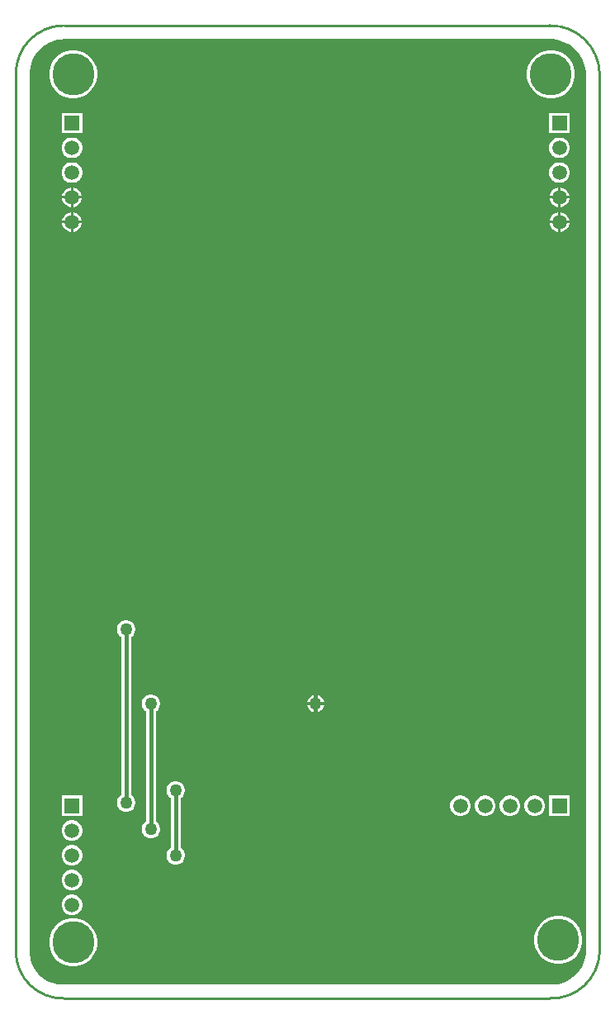
<source format=gbl>
G04*
G04 #@! TF.GenerationSoftware,Altium Limited,Altium Designer,22.6.1 (34)*
G04*
G04 Layer_Physical_Order=2*
G04 Layer_Color=16711680*
%FSLAX25Y25*%
%MOIN*%
G70*
G04*
G04 #@! TF.SameCoordinates,77978B21-DC67-4B61-947D-8792CEF4CC07*
G04*
G04*
G04 #@! TF.FilePolarity,Positive*
G04*
G01*
G75*
%ADD12C,0.01000*%
%ADD30C,0.01500*%
%ADD31R,0.05906X0.05906*%
%ADD32C,0.05906*%
%ADD33R,0.05906X0.05906*%
%ADD35C,0.05000*%
%ADD36C,0.17000*%
G36*
X19980Y388157D02*
X216035Y388156D01*
X216067Y388160D01*
X216098Y388157D01*
X217050Y388168D01*
X218923Y387945D01*
X220751Y387480D01*
X222503Y386780D01*
X224148Y385857D01*
X225658Y384728D01*
X227009Y383411D01*
X228176Y381929D01*
X229139Y380308D01*
X229883Y378574D01*
X230394Y376758D01*
X230664Y374892D01*
X230676Y373981D01*
Y19793D01*
X230644Y18981D01*
X230336Y17186D01*
X229796Y15446D01*
X229034Y13791D01*
X228062Y12249D01*
X226898Y10848D01*
X225561Y9611D01*
X224074Y8558D01*
X222462Y7709D01*
X220753Y7077D01*
X218976Y6674D01*
X217162Y6505D01*
X216251Y6540D01*
X216155Y6531D01*
X216058Y6544D01*
X19685Y6545D01*
X19652Y6540D01*
X19619Y6544D01*
X18734Y6532D01*
X16991Y6739D01*
X15290Y7170D01*
X13659Y7821D01*
X12128Y8678D01*
X10721Y9728D01*
X9463Y10953D01*
X8376Y12331D01*
X7478Y13839D01*
X6785Y15452D01*
X6308Y17141D01*
X6056Y18878D01*
X6044Y19722D01*
Y374016D01*
X6040Y374048D01*
X6044Y374080D01*
X6033Y375000D01*
X6247Y376808D01*
X6696Y378573D01*
X7371Y380263D01*
X8262Y381852D01*
X9352Y383311D01*
X10623Y384614D01*
X12053Y385741D01*
X13618Y386672D01*
X15291Y387390D01*
X17044Y387884D01*
X18846Y388145D01*
X19756Y388157D01*
X19863Y388172D01*
X19980Y388157D01*
D02*
G37*
%LPC*%
G36*
X217491Y383716D02*
X215580D01*
X213706Y383343D01*
X211941Y382612D01*
X210352Y381550D01*
X209001Y380199D01*
X207939Y378610D01*
X207208Y376845D01*
X206835Y374971D01*
Y373060D01*
X207208Y371186D01*
X207939Y369421D01*
X209001Y367832D01*
X210352Y366481D01*
X211941Y365420D01*
X213706Y364688D01*
X215580Y364316D01*
X217491D01*
X219365Y364688D01*
X221130Y365420D01*
X222719Y366481D01*
X224070Y367832D01*
X225131Y369421D01*
X225863Y371186D01*
X226235Y373060D01*
Y374971D01*
X225863Y376845D01*
X225131Y378610D01*
X224070Y380199D01*
X222719Y381550D01*
X221130Y382612D01*
X219365Y383343D01*
X217491Y383716D01*
D02*
G37*
G36*
X24577D02*
X22667D01*
X20793Y383343D01*
X19027Y382612D01*
X17439Y381550D01*
X16088Y380199D01*
X15026Y378610D01*
X14295Y376845D01*
X13922Y374971D01*
Y373060D01*
X14295Y371186D01*
X15026Y369421D01*
X16088Y367832D01*
X17439Y366481D01*
X19027Y365420D01*
X20793Y364688D01*
X22667Y364316D01*
X24577D01*
X26451Y364688D01*
X28217Y365420D01*
X29805Y366481D01*
X31157Y367832D01*
X32218Y369421D01*
X32949Y371186D01*
X33322Y373060D01*
Y374971D01*
X32949Y376845D01*
X32218Y378610D01*
X31157Y380199D01*
X29805Y381550D01*
X28217Y382612D01*
X26451Y383343D01*
X24577Y383716D01*
D02*
G37*
G36*
X224125Y358484D02*
X215820D01*
Y350178D01*
X224125D01*
Y358484D01*
D02*
G37*
G36*
X27275D02*
X18969D01*
Y350178D01*
X27275D01*
Y358484D01*
D02*
G37*
G36*
X220519Y348483D02*
X219426D01*
X218370Y348200D01*
X217423Y347654D01*
X216649Y346881D01*
X216103Y345934D01*
X215820Y344877D01*
Y343784D01*
X216103Y342728D01*
X216649Y341781D01*
X217423Y341008D01*
X218370Y340461D01*
X219426Y340178D01*
X220519D01*
X221575Y340461D01*
X222522Y341008D01*
X223295Y341781D01*
X223842Y342728D01*
X224125Y343784D01*
Y344877D01*
X223842Y345934D01*
X223295Y346881D01*
X222522Y347654D01*
X221575Y348200D01*
X220519Y348483D01*
D02*
G37*
G36*
X23669D02*
X22575D01*
X21519Y348200D01*
X20572Y347654D01*
X19799Y346881D01*
X19252Y345934D01*
X18969Y344877D01*
Y343784D01*
X19252Y342728D01*
X19799Y341781D01*
X20572Y341008D01*
X21519Y340461D01*
X22575Y340178D01*
X23669D01*
X24725Y340461D01*
X25672Y341008D01*
X26445Y341781D01*
X26992Y342728D01*
X27275Y343784D01*
Y344877D01*
X26992Y345934D01*
X26445Y346881D01*
X25672Y347654D01*
X24725Y348200D01*
X23669Y348483D01*
D02*
G37*
G36*
X220519Y338484D02*
X219426D01*
X218370Y338200D01*
X217423Y337654D01*
X216649Y336881D01*
X216103Y335934D01*
X215820Y334877D01*
Y333784D01*
X216103Y332728D01*
X216649Y331781D01*
X217423Y331008D01*
X218370Y330461D01*
X219426Y330178D01*
X220519D01*
X221575Y330461D01*
X222522Y331008D01*
X223295Y331781D01*
X223842Y332728D01*
X224125Y333784D01*
Y334877D01*
X223842Y335934D01*
X223295Y336881D01*
X222522Y337654D01*
X221575Y338200D01*
X220519Y338484D01*
D02*
G37*
G36*
X23669D02*
X22575D01*
X21519Y338200D01*
X20572Y337654D01*
X19799Y336881D01*
X19252Y335934D01*
X18969Y334877D01*
Y333784D01*
X19252Y332728D01*
X19799Y331781D01*
X20572Y331008D01*
X21519Y330461D01*
X22575Y330178D01*
X23669D01*
X24725Y330461D01*
X25672Y331008D01*
X26445Y331781D01*
X26992Y332728D01*
X27275Y333784D01*
Y334877D01*
X26992Y335934D01*
X26445Y336881D01*
X25672Y337654D01*
X24725Y338200D01*
X23669Y338484D01*
D02*
G37*
G36*
X220493Y328284D02*
X220472D01*
Y324831D01*
X223925D01*
Y324851D01*
X223656Y325856D01*
X223135Y326758D01*
X222399Y327494D01*
X221498Y328014D01*
X220493Y328284D01*
D02*
G37*
G36*
X219472D02*
X219452D01*
X218447Y328014D01*
X217545Y327494D01*
X216810Y326758D01*
X216289Y325856D01*
X216020Y324851D01*
Y324831D01*
X219472D01*
Y328284D01*
D02*
G37*
G36*
X23642D02*
X23622D01*
Y324831D01*
X27075D01*
Y324851D01*
X26805Y325856D01*
X26285Y326758D01*
X25549Y327494D01*
X24648Y328014D01*
X23642Y328284D01*
D02*
G37*
G36*
X22622D02*
X22602D01*
X21596Y328014D01*
X20695Y327494D01*
X19959Y326758D01*
X19439Y325856D01*
X19169Y324851D01*
Y324831D01*
X22622D01*
Y328284D01*
D02*
G37*
G36*
X223925Y323831D02*
X220472D01*
Y320378D01*
X220493D01*
X221498Y320647D01*
X222399Y321168D01*
X223135Y321904D01*
X223656Y322805D01*
X223925Y323810D01*
Y323831D01*
D02*
G37*
G36*
X219472D02*
X216020D01*
Y323810D01*
X216289Y322805D01*
X216810Y321904D01*
X217545Y321168D01*
X218447Y320647D01*
X219452Y320378D01*
X219472D01*
Y323831D01*
D02*
G37*
G36*
X27075Y323831D02*
X23622D01*
Y320378D01*
X23642D01*
X24648Y320647D01*
X25549Y321168D01*
X26285Y321904D01*
X26805Y322805D01*
X27075Y323810D01*
Y323831D01*
D02*
G37*
G36*
X22622D02*
X19169D01*
Y323810D01*
X19439Y322805D01*
X19959Y321904D01*
X20695Y321168D01*
X21596Y320647D01*
X22602Y320378D01*
X22622D01*
Y323831D01*
D02*
G37*
G36*
X220493Y318284D02*
X220472D01*
Y314831D01*
X223925D01*
Y314851D01*
X223656Y315856D01*
X223135Y316758D01*
X222399Y317494D01*
X221498Y318014D01*
X220493Y318284D01*
D02*
G37*
G36*
X219472D02*
X219452D01*
X218447Y318014D01*
X217545Y317494D01*
X216810Y316758D01*
X216289Y315856D01*
X216020Y314851D01*
Y314831D01*
X219472D01*
Y318284D01*
D02*
G37*
G36*
X23642D02*
X23622D01*
Y314831D01*
X27075D01*
Y314851D01*
X26805Y315856D01*
X26285Y316758D01*
X25549Y317494D01*
X24648Y318014D01*
X23642Y318284D01*
D02*
G37*
G36*
X22622D02*
X22602D01*
X21596Y318014D01*
X20695Y317494D01*
X19959Y316758D01*
X19439Y315856D01*
X19169Y314851D01*
Y314831D01*
X22622D01*
Y318284D01*
D02*
G37*
G36*
X223925Y313831D02*
X220472D01*
Y310378D01*
X220493D01*
X221498Y310647D01*
X222399Y311168D01*
X223135Y311904D01*
X223656Y312805D01*
X223925Y313810D01*
Y313831D01*
D02*
G37*
G36*
X219472D02*
X216020D01*
Y313810D01*
X216289Y312805D01*
X216810Y311904D01*
X217545Y311168D01*
X218447Y310647D01*
X219452Y310378D01*
X219472D01*
Y313831D01*
D02*
G37*
G36*
X27075Y313831D02*
X23622D01*
Y310378D01*
X23642D01*
X24648Y310647D01*
X25549Y311168D01*
X26285Y311904D01*
X26805Y312805D01*
X27075Y313810D01*
Y313831D01*
D02*
G37*
G36*
X22622D02*
X19169D01*
Y313810D01*
X19439Y312805D01*
X19959Y311904D01*
X20695Y311168D01*
X21596Y310647D01*
X22602Y310378D01*
X22622D01*
Y313831D01*
D02*
G37*
G36*
X122266Y123423D02*
Y120750D01*
X124938D01*
X124777Y121351D01*
X124317Y122149D01*
X123665Y122801D01*
X122867Y123261D01*
X122266Y123423D01*
D02*
G37*
G36*
X120766D02*
X120165Y123261D01*
X119367Y122801D01*
X118715Y122149D01*
X118254Y121351D01*
X118093Y120750D01*
X120766D01*
Y123423D01*
D02*
G37*
G36*
X124938Y119250D02*
X122266D01*
Y116577D01*
X122867Y116738D01*
X123665Y117199D01*
X124317Y117851D01*
X124777Y118649D01*
X124938Y119250D01*
D02*
G37*
G36*
X120766D02*
X118093D01*
X118254Y118649D01*
X118715Y117851D01*
X119367Y117199D01*
X120165Y116738D01*
X120766Y116577D01*
Y119250D01*
D02*
G37*
G36*
X45487Y153700D02*
X44513D01*
X43572Y153448D01*
X42728Y152961D01*
X42039Y152272D01*
X41552Y151428D01*
X41300Y150487D01*
Y149513D01*
X41552Y148572D01*
X42039Y147728D01*
X42728Y147039D01*
X43012Y146876D01*
Y83125D01*
X42728Y82961D01*
X42039Y82272D01*
X41552Y81428D01*
X41300Y80487D01*
Y79513D01*
X41552Y78572D01*
X42039Y77728D01*
X42728Y77039D01*
X43572Y76552D01*
X44513Y76300D01*
X45487D01*
X46428Y76552D01*
X47272Y77039D01*
X47961Y77728D01*
X48448Y78572D01*
X48700Y79513D01*
Y80487D01*
X48448Y81428D01*
X47961Y82272D01*
X47272Y82961D01*
X46988Y83125D01*
Y146876D01*
X47272Y147039D01*
X47961Y147728D01*
X48448Y148572D01*
X48700Y149513D01*
Y150487D01*
X48448Y151428D01*
X47961Y152272D01*
X47272Y152961D01*
X46428Y153448D01*
X45487Y153700D01*
D02*
G37*
G36*
X27275Y82893D02*
X18969D01*
Y74587D01*
X27275D01*
Y82893D01*
D02*
G37*
G36*
X224113Y82881D02*
X215808D01*
Y74576D01*
X224113D01*
Y82881D01*
D02*
G37*
G36*
X210507D02*
X209414D01*
X208358Y82598D01*
X207411Y82051D01*
X206638Y81278D01*
X206091Y80331D01*
X205808Y79275D01*
Y78182D01*
X206091Y77126D01*
X206638Y76178D01*
X207411Y75405D01*
X208358Y74859D01*
X209414Y74576D01*
X210507D01*
X211563Y74859D01*
X212510Y75405D01*
X213284Y76178D01*
X213830Y77126D01*
X214113Y78182D01*
Y79275D01*
X213830Y80331D01*
X213284Y81278D01*
X212510Y82051D01*
X211563Y82598D01*
X210507Y82881D01*
D02*
G37*
G36*
X200507D02*
X199414D01*
X198358Y82598D01*
X197411Y82051D01*
X196638Y81278D01*
X196091Y80331D01*
X195808Y79275D01*
Y78182D01*
X196091Y77126D01*
X196638Y76178D01*
X197411Y75405D01*
X198358Y74859D01*
X199414Y74576D01*
X200507D01*
X201564Y74859D01*
X202510Y75405D01*
X203284Y76178D01*
X203830Y77126D01*
X204113Y78182D01*
Y79275D01*
X203830Y80331D01*
X203284Y81278D01*
X202510Y82051D01*
X201564Y82598D01*
X200507Y82881D01*
D02*
G37*
G36*
X190507D02*
X189414D01*
X188358Y82598D01*
X187411Y82051D01*
X186638Y81278D01*
X186091Y80331D01*
X185808Y79275D01*
Y78182D01*
X186091Y77126D01*
X186638Y76178D01*
X187411Y75405D01*
X188358Y74859D01*
X189414Y74576D01*
X190507D01*
X191563Y74859D01*
X192510Y75405D01*
X193284Y76178D01*
X193830Y77126D01*
X194113Y78182D01*
Y79275D01*
X193830Y80331D01*
X193284Y81278D01*
X192510Y82051D01*
X191563Y82598D01*
X190507Y82881D01*
D02*
G37*
G36*
X180507D02*
X179414D01*
X178358Y82598D01*
X177411Y82051D01*
X176638Y81278D01*
X176091Y80331D01*
X175808Y79275D01*
Y78182D01*
X176091Y77126D01*
X176638Y76178D01*
X177411Y75405D01*
X178358Y74859D01*
X179414Y74576D01*
X180507D01*
X181563Y74859D01*
X182510Y75405D01*
X183284Y76178D01*
X183830Y77126D01*
X184113Y78182D01*
Y79275D01*
X183830Y80331D01*
X183284Y81278D01*
X182510Y82051D01*
X181563Y82598D01*
X180507Y82881D01*
D02*
G37*
G36*
X55487Y123700D02*
X54513D01*
X53572Y123448D01*
X52728Y122961D01*
X52039Y122272D01*
X51552Y121428D01*
X51300Y120487D01*
Y119513D01*
X51552Y118572D01*
X52039Y117728D01*
X52728Y117039D01*
X53012Y116876D01*
Y72411D01*
X52728Y72248D01*
X52039Y71559D01*
X51552Y70715D01*
X51300Y69774D01*
Y68800D01*
X51552Y67859D01*
X52039Y67015D01*
X52728Y66326D01*
X53572Y65839D01*
X54513Y65587D01*
X55487D01*
X56428Y65839D01*
X57272Y66326D01*
X57961Y67015D01*
X58448Y67859D01*
X58700Y68800D01*
Y69774D01*
X58448Y70715D01*
X57961Y71559D01*
X57272Y72248D01*
X56988Y72411D01*
Y116876D01*
X57272Y117039D01*
X57961Y117728D01*
X58448Y118572D01*
X58700Y119513D01*
Y120487D01*
X58448Y121428D01*
X57961Y122272D01*
X57272Y122961D01*
X56428Y123448D01*
X55487Y123700D01*
D02*
G37*
G36*
X23669Y72893D02*
X22575D01*
X21519Y72610D01*
X20572Y72063D01*
X19799Y71290D01*
X19252Y70343D01*
X18969Y69287D01*
Y68193D01*
X19252Y67137D01*
X19799Y66190D01*
X20572Y65417D01*
X21519Y64870D01*
X22575Y64587D01*
X23669D01*
X24725Y64870D01*
X25672Y65417D01*
X26445Y66190D01*
X26992Y67137D01*
X27275Y68193D01*
Y69287D01*
X26992Y70343D01*
X26445Y71290D01*
X25672Y72063D01*
X24725Y72610D01*
X23669Y72893D01*
D02*
G37*
G36*
X65487Y88700D02*
X64513D01*
X63572Y88448D01*
X62728Y87961D01*
X62039Y87272D01*
X61552Y86428D01*
X61300Y85487D01*
Y84513D01*
X61552Y83572D01*
X62039Y82728D01*
X62728Y82039D01*
X63012Y81875D01*
Y61865D01*
X62728Y61701D01*
X62039Y61012D01*
X61552Y60168D01*
X61300Y59227D01*
Y58253D01*
X61552Y57312D01*
X62039Y56468D01*
X62728Y55779D01*
X63572Y55292D01*
X64513Y55040D01*
X65487D01*
X66428Y55292D01*
X67272Y55779D01*
X67961Y56468D01*
X68448Y57312D01*
X68700Y58253D01*
Y59227D01*
X68448Y60168D01*
X67961Y61012D01*
X67272Y61701D01*
X66988Y61865D01*
Y81875D01*
X67272Y82039D01*
X67961Y82728D01*
X68448Y83572D01*
X68700Y84513D01*
Y85487D01*
X68448Y86428D01*
X67961Y87272D01*
X67272Y87961D01*
X66428Y88448D01*
X65487Y88700D01*
D02*
G37*
G36*
X23669Y62893D02*
X22575D01*
X21519Y62610D01*
X20572Y62063D01*
X19799Y61290D01*
X19252Y60343D01*
X18969Y59287D01*
Y58193D01*
X19252Y57137D01*
X19799Y56190D01*
X20572Y55417D01*
X21519Y54870D01*
X22575Y54587D01*
X23669D01*
X24725Y54870D01*
X25672Y55417D01*
X26445Y56190D01*
X26992Y57137D01*
X27275Y58193D01*
Y59287D01*
X26992Y60343D01*
X26445Y61290D01*
X25672Y62063D01*
X24725Y62610D01*
X23669Y62893D01*
D02*
G37*
G36*
Y52893D02*
X22575D01*
X21519Y52610D01*
X20572Y52063D01*
X19799Y51290D01*
X19252Y50343D01*
X18969Y49287D01*
Y48193D01*
X19252Y47137D01*
X19799Y46190D01*
X20572Y45417D01*
X21519Y44870D01*
X22575Y44587D01*
X23669D01*
X24725Y44870D01*
X25672Y45417D01*
X26445Y46190D01*
X26992Y47137D01*
X27275Y48193D01*
Y49287D01*
X26992Y50343D01*
X26445Y51290D01*
X25672Y52063D01*
X24725Y52610D01*
X23669Y52893D01*
D02*
G37*
G36*
Y42893D02*
X22575D01*
X21519Y42610D01*
X20572Y42063D01*
X19799Y41290D01*
X19252Y40343D01*
X18969Y39287D01*
Y38193D01*
X19252Y37137D01*
X19799Y36190D01*
X20572Y35417D01*
X21519Y34870D01*
X22575Y34587D01*
X23669D01*
X24725Y34870D01*
X25672Y35417D01*
X26445Y36190D01*
X26992Y37137D01*
X27275Y38193D01*
Y39287D01*
X26992Y40343D01*
X26445Y41290D01*
X25672Y42063D01*
X24725Y42610D01*
X23669Y42893D01*
D02*
G37*
G36*
X220491Y34322D02*
X218580D01*
X216706Y33949D01*
X214941Y33218D01*
X213352Y32157D01*
X212001Y30805D01*
X210939Y29217D01*
X210208Y27451D01*
X209835Y25577D01*
Y23667D01*
X210208Y21793D01*
X210939Y20027D01*
X212001Y18439D01*
X213352Y17088D01*
X214941Y16026D01*
X216706Y15295D01*
X218580Y14922D01*
X220491D01*
X222365Y15295D01*
X224130Y16026D01*
X225719Y17088D01*
X227070Y18439D01*
X228131Y20027D01*
X228863Y21793D01*
X229235Y23667D01*
Y25577D01*
X228863Y27451D01*
X228131Y29217D01*
X227070Y30805D01*
X225719Y32157D01*
X224130Y33218D01*
X222365Y33949D01*
X220491Y34322D01*
D02*
G37*
G36*
X24577Y33322D02*
X22667D01*
X20793Y32949D01*
X19027Y32218D01*
X17439Y31157D01*
X16088Y29805D01*
X15026Y28217D01*
X14295Y26451D01*
X13922Y24577D01*
Y22667D01*
X14295Y20793D01*
X15026Y19027D01*
X16088Y17439D01*
X17439Y16088D01*
X19027Y15026D01*
X20793Y14295D01*
X22667Y13922D01*
X24577D01*
X26451Y14295D01*
X28217Y15026D01*
X29805Y16088D01*
X31157Y17439D01*
X32218Y19027D01*
X32949Y20793D01*
X33322Y22667D01*
Y24577D01*
X32949Y26451D01*
X32218Y28217D01*
X31157Y29805D01*
X29805Y31157D01*
X28217Y32218D01*
X26451Y32949D01*
X24577Y33322D01*
D02*
G37*
%LPD*%
D12*
X19685Y393701D02*
G03*
X500Y374016I250J-19435D01*
G01*
X236221D02*
G03*
X216035Y393701I-19935J-250D01*
G01*
Y1000D02*
G03*
X236221Y19685I750J19435D01*
G01*
X500D02*
G03*
X19685Y1000I18935J250D01*
G01*
X236221Y19685D02*
Y374016D01*
X19685Y1000D02*
X19685D01*
X216035D01*
X20000Y393701D02*
X216035D01*
X500Y19685D02*
Y374016D01*
D30*
X45000Y80000D02*
Y150000D01*
X55000Y69287D02*
Y120000D01*
X65000Y58740D02*
Y85000D01*
D31*
X219972Y354331D02*
D03*
X23122D02*
D03*
Y78740D02*
D03*
D32*
X219972Y344331D02*
D03*
Y334331D02*
D03*
Y324331D02*
D03*
Y314331D02*
D03*
X23122Y344331D02*
D03*
Y334331D02*
D03*
Y324331D02*
D03*
Y314331D02*
D03*
X209961Y78728D02*
D03*
X199961D02*
D03*
X189961D02*
D03*
X179961D02*
D03*
X23122Y38740D02*
D03*
Y48740D02*
D03*
Y58740D02*
D03*
Y68740D02*
D03*
D33*
X219961Y78728D02*
D03*
D35*
X65000Y58740D02*
D03*
X45000Y80000D02*
D03*
Y150000D02*
D03*
X55000Y69287D02*
D03*
Y120000D02*
D03*
X121516D02*
D03*
X65000Y85000D02*
D03*
D36*
X216535Y374016D02*
D03*
X219535Y24622D02*
D03*
X23622Y374016D02*
D03*
Y23622D02*
D03*
M02*

</source>
